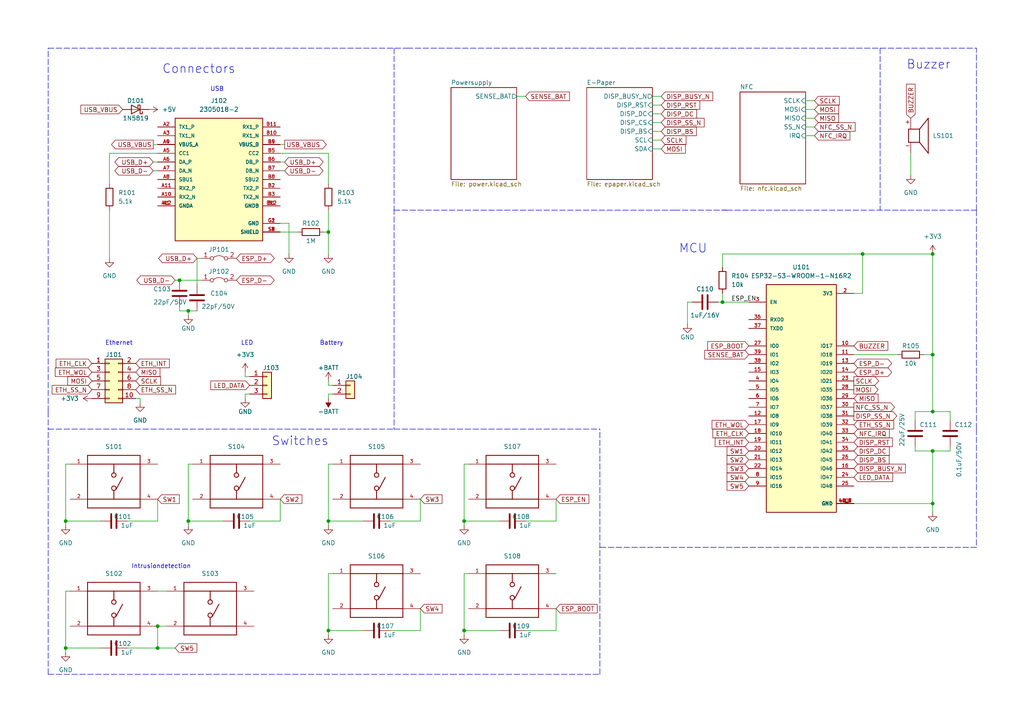
<source format=kicad_sch>
(kicad_sch (version 20211123) (generator eeschema)
  (paper "A4")
  (title_block (title "FabReader2") (date "2022-05-22") (rev "0.1") (company "RLKM UG (haftungsbeschränkt)") (comment 1 "Autoren: Joseph Langosch, Kai Kriegel"))
  (lib_symbols
    (symbol "2305018-2:2305018-2" (pin_names (offset 1.016))
      (property "Reference" "J" (at -12.7 18.0594 0))
      (property "Value" "2305018-2" (at -12.7 -20.3454 0))
      (symbol "2305018-2_0_0"
        (rectangle (start -12.7 -17.78) (end 12.7 17.78) (stroke (width 0.254)) (fill (type background)))
        (pin passive line (at -17.78 -7.62 0) (length 5.08) (name "GNDA") (number "A1"))
        (pin passive line (at -17.78 -5.08 0) (length 5.08) (name "RX2_N") (number "A10"))
        (pin passive line (at -17.78 -2.54 0) (length 5.08) (name "RX2_P") (number "A11"))
        (pin passive line (at -17.78 -7.62 0) (length 5.08) (name "GNDA") (number "A12"))
        (pin passive line (at -17.78 15.24 0) (length 5.08) (name "TX1_P") (number "A2"))
        (pin passive line (at -17.78 12.7 0) (length 5.08) (name "TX1_N") (number "A3"))
        (pin passive line (at -17.78 10.16 0) (length 5.08) (name "VBUS_A") (number "A4"))
        (pin passive line (at -17.78 7.62 0) (length 5.08) (name "CC1") (number "A5"))
        (pin passive line (at -17.78 5.08 0) (length 5.08) (name "DA_P") (number "A6"))
        (pin passive line (at -17.78 2.54 0) (length 5.08) (name "DA_N") (number "A7"))
        (pin passive line (at -17.78 0 0) (length 5.08) (name "SBU1") (number "A8"))
        (pin passive line (at -17.78 10.16 0) (length 5.08) (name "VBUS_A") (number "A9"))
        (pin passive line (at 17.78 -7.62 180) (length 5.08) (name "GNDB") (number "B1"))
        (pin passive line (at 17.78 12.7 180) (length 5.08) (name "RX1_N") (number "B10"))
        (pin passive line (at 17.78 15.24 180) (length 5.08) (name "RX1_P") (number "B11"))
        (pin passive line (at 17.78 -7.62 180) (length 5.08) (name "GNDB") (number "B12"))
        (pin passive line (at 17.78 -2.54 180) (length 5.08) (name "TX2_P") (number "B2"))
        (pin passive line (at 17.78 -5.08 180) (length 5.08) (name "TX2_N") (number "B3"))
        (pin passive line (at 17.78 10.16 180) (length 5.08) (name "VBUS_B") (number "B4"))
        (pin passive line (at 17.78 7.62 180) (length 5.08) (name "CC2") (number "B5"))
        (pin passive line (at 17.78 5.08 180) (length 5.08) (name "DB_P") (number "B6"))
        (pin passive line (at 17.78 2.54 180) (length 5.08) (name "DB_N") (number "B7"))
        (pin passive line (at 17.78 0 180) (length 5.08) (name "SBU2") (number "B8"))
        (pin passive line (at 17.78 10.16 180) (length 5.08) (name "VBUS_B") (number "B9"))
        (pin power_in line (at 17.78 -12.7 180) (length 5.08) (name "GND") (number "G1"))
        (pin power_in line (at 17.78 -12.7 180) (length 5.08) (name "GND") (number "G2"))
        (pin power_in line (at 17.78 -15.24 180) (length 5.08) (name "SHIELD") (number "S1"))
        (pin power_in line (at 17.78 -15.24 180) (length 5.08) (name "SHIELD") (number "S2"))
        (pin power_in line (at 17.78 -15.24 180) (length 5.08) (name "SHIELD") (number "S3"))
        (pin power_in line (at 17.78 -15.24 180) (length 5.08) (name "SHIELD") (number "S4"))
      )
    )
    (symbol "CMI-9705-0380-SMT-TR:CMI-9705-0380-SMT-TR" (pin_numbers hide) (pin_names (offset 1.016) hide)
      (property "Reference" "LS" (at -1.27 6.35 0))
      (property "Value" "CMI-9705-0380-SMT-TR" (at -1.27 -8.255 0))
      (symbol "CMI-9705-0380-SMT-TR_0_0"
        (polyline (pts (xy -3.175 -1.905) (xy -2.54 -1.905)) (stroke (width 0.254)))
        (polyline (pts (xy -3.175 1.905) (xy -3.175 -1.905)) (stroke (width 0.254)))
        (polyline (pts (xy -3.175 1.905) (xy -2.54 1.905)) (stroke (width 0.254)))
        (polyline (pts (xy -2.54 -2.54) (xy -2.54 -1.905)) (stroke (width 0.1524)))
        (polyline (pts (xy -2.54 -1.905) (xy 0 -1.905)) (stroke (width 0.254)))
        (polyline (pts (xy -2.54 1.905) (xy 0 1.905)) (stroke (width 0.254)))
        (polyline (pts (xy -2.54 2.54) (xy -2.54 1.905)) (stroke (width 0.1524)))
        (polyline (pts (xy 0 -1.905) (xy 0 1.905)) (stroke (width 0.254)))
        (polyline (pts (xy 0 -1.905) (xy 2.54 -5.08)) (stroke (width 0.254)))
        (polyline (pts (xy 0 1.905) (xy 2.54 5.08)) (stroke (width 0.254)))
        (polyline (pts (xy 2.54 -5.08) (xy 2.54 5.08)) (stroke (width 0.254)))
        (text "+" (at -4.318 3.302 0) (effects (font (size 1.27 1.27)) (justify left bottom)))
        (text "-" (at -4.318 -3.556 0) (effects (font (size 1.27 1.27)) (justify left bottom)))
        (pin passive line (at -2.54 -5.08 90) (length 2.54) (name "~") (number "N"))
        (pin passive line (at -2.54 5.08 270) (length 2.54) (name "~") (number "P"))
      )
    )
    (symbol "Connector_Generic:Conn_01x02" (pin_names (offset 1.016) hide)
      (property "Reference" "J" (at 0 2.54 0))
      (property "Value" "Conn_01x02" (at 0 -5.08 0))
      (symbol "Conn_01x02_1_1"
        (rectangle (start -1.27 -2.413) (end 0 -2.667) (stroke (width 0.1524)))
        (rectangle (start -1.27 0.127) (end 0 -0.127) (stroke (width 0.1524)))
        (rectangle (start -1.27 1.27) (end 1.27 -3.81) (stroke (width 0.254)) (fill (type background)))
        (pin passive line (at -5.08 0 0) (length 3.81) (name "Pin_1") (number "1"))
        (pin passive line (at -5.08 -2.54 0) (length 3.81) (name "Pin_2") (number "2"))
      )
    )
    (symbol "Connector_Generic:Conn_01x03" (pin_names (offset 1.016) hide)
      (property "Reference" "J" (at 0 5.08 0))
      (property "Value" "Conn_01x03" (at 0 -5.08 0))
      (symbol "Conn_01x03_1_1"
        (rectangle (start -1.27 -2.413) (end 0 -2.667) (stroke (width 0.1524)))
        (rectangle (start -1.27 0.127) (end 0 -0.127) (stroke (width 0.1524)))
        (rectangle (start -1.27 2.667) (end 0 2.413) (stroke (width 0.1524)))
        (rectangle (start -1.27 3.81) (end 1.27 -3.81) (stroke (width 0.254)) (fill (type background)))
        (pin passive line (at -5.08 2.54 0) (length 3.81) (name "Pin_1") (number "1"))
        (pin passive line (at -5.08 0 0) (length 3.81) (name "Pin_2") (number "2"))
        (pin passive line (at -5.08 -2.54 0) (length 3.81) (name "Pin_3") (number "3"))
      )
    )
    (symbol "Connector_Generic:Conn_02x05_Odd_Even" (pin_names (offset 1.016) hide)
      (property "Reference" "J" (at 1.27 7.62 0))
      (property "Value" "Conn_02x05_Odd_Even" (at 1.27 -7.62 0))
      (symbol "Conn_02x05_Odd_Even_1_1"
        (rectangle (start -1.27 -4.953) (end 0 -5.207) (stroke (width 0.1524)))
        (rectangle (start -1.27 -2.413) (end 0 -2.667) (stroke (width 0.1524)))
        (rectangle (start -1.27 0.127) (end 0 -0.127) (stroke (width 0.1524)))
        (rectangle (start -1.27 2.667) (end 0 2.413) (stroke (width 0.1524)))
        (rectangle (start -1.27 5.207) (end 0 4.953) (stroke (width 0.1524)))
        (rectangle (start -1.27 6.35) (end 3.81 -6.35) (stroke (width 0.254)) (fill (type background)))
        (rectangle (start 3.81 -4.953) (end 2.54 -5.207) (stroke (width 0.1524)))
        (rectangle (start 3.81 -2.413) (end 2.54 -2.667) (stroke (width 0.1524)))
        (rectangle (start 3.81 0.127) (end 2.54 -0.127) (stroke (width 0.1524)))
        (rectangle (start 3.81 2.667) (end 2.54 2.413) (stroke (width 0.1524)))
        (rectangle (start 3.81 5.207) (end 2.54 4.953) (stroke (width 0.1524)))
        (pin passive line (at -5.08 5.08 0) (length 3.81) (name "Pin_1") (number "1"))
        (pin passive line (at 7.62 -5.08 180) (length 3.81) (name "Pin_10") (number "10"))
        (pin passive line (at 7.62 5.08 180) (length 3.81) (name "Pin_2") (number "2"))
        (pin passive line (at -5.08 2.54 0) (length 3.81) (name "Pin_3") (number "3"))
        (pin passive line (at 7.62 2.54 180) (length 3.81) (name "Pin_4") (number "4"))
        (pin passive line (at -5.08 0 0) (length 3.81) (name "Pin_5") (number "5"))
        (pin passive line (at 7.62 0 180) (length 3.81) (name "Pin_6") (number "6"))
        (pin passive line (at -5.08 -2.54 0) (length 3.81) (name "Pin_7") (number "7"))
        (pin passive line (at 7.62 -2.54 180) (length 3.81) (name "Pin_8") (number "8"))
        (pin passive line (at -5.08 -5.08 0) (length 3.81) (name "Pin_9") (number "9"))
      )
    )
    (symbol "Device:C" (pin_numbers hide) (pin_names (offset 0.254))
      (property "Reference" "C" (at 0.635 2.54 0))
      (property "Value" "C" (at 0.635 -2.54 0))
      (symbol "C_0_1"
        (polyline (pts (xy -2.032 -0.762) (xy 2.032 -0.762)) (stroke (width 0.508)))
        (polyline (pts (xy -2.032 0.762) (xy 2.032 0.762)) (stroke (width 0.508)))
      )
      (symbol "C_1_1"
        (pin passive line (at 0 3.81 270) (length 2.794) (name "~") (number "1"))
        (pin passive line (at 0 -3.81 90) (length 2.794) (name "~") (number "2"))
      )
    )
    (symbol "Device:R" (pin_numbers hide) (pin_names (offset 0))
      (property "Reference" "R" (at 2.032 0 90))
      (property "Value" "R" (at 0 0 90))
      (symbol "R_0_1"
        (rectangle (start -1.016 -2.54) (end 1.016 2.54) (stroke (width 0.254)))
      )
      (symbol "R_1_1"
        (pin passive line (at 0 3.81 270) (length 1.27) (name "~") (number "1"))
        (pin passive line (at 0 -3.81 90) (length 1.27) (name "~") (number "2"))
      )
    )
    (symbol "Diode:1N5819" (pin_numbers hide) (pin_names (offset 1.016) hide)
      (property "Reference" "D" (at 0 2.54 0))
      (property "Value" "1N5819" (at 0 -2.54 0))
      (symbol "1N5819_0_1"
        (polyline (pts (xy 1.27 0) (xy -1.27 0)))
        (polyline (pts (xy 1.27 1.27) (xy 1.27 -1.27) (xy -1.27 0) (xy 1.27 1.27)) (stroke (width 0.254)))
        (polyline (pts (xy -1.905 0.635) (xy -1.905 1.27) (xy -1.27 1.27) (xy -1.27 -1.27) (xy -0.635 -1.27) (xy -0.635 -0.635)) (stroke (width 0.254)))
      )
      (symbol "1N5819_1_1"
        (pin passive line (at -3.81 0 0) (length 2.54) (name "K") (number "1"))
        (pin passive line (at 3.81 0 180) (length 2.54) (name "A") (number "2"))
      )
    )
    (symbol "ESP32-S3-WROOM-1-N16R2:ESP32-S3-WROOM-1-N16R2" (pin_names (offset 1.016))
      (property "Reference" "U" (at -10.16 34.1122 0))
      (property "Value" "ESP32-S3-WROOM-1-N16R2" (at -10.16 -35.56 0))
      (symbol "ESP32-S3-WROOM-1-N16R2_0_0"
        (rectangle (start -10.16 -33.02) (end 10.16 33.02) (stroke (width 0.254)) (fill (type background)))
        (pin power_in line (at 15.24 -30.48 180) (length 5.08) (name "GND") (number "1"))
        (pin bidirectional line (at 15.24 15.24 180) (length 5.08) (name "IO17") (number "10"))
        (pin bidirectional line (at 15.24 12.7 180) (length 5.08) (name "IO18") (number "11"))
        (pin bidirectional line (at -15.24 -5.08 0) (length 5.08) (name "IO8") (number "12"))
        (pin bidirectional line (at 15.24 10.16 180) (length 5.08) (name "IO19") (number "13"))
        (pin bidirectional line (at 15.24 7.62 180) (length 5.08) (name "IO20") (number "14"))
        (pin bidirectional line (at -15.24 7.62 0) (length 5.08) (name "IO3") (number "15"))
        (pin bidirectional line (at 15.24 -20.32 180) (length 5.08) (name "IO46") (number "16"))
        (pin bidirectional line (at -15.24 -7.62 0) (length 5.08) (name "IO9") (number "17"))
        (pin bidirectional line (at -15.24 -10.16 0) (length 5.08) (name "IO10") (number "18"))
        (pin bidirectional line (at -15.24 -12.7 0) (length 5.08) (name "IO11") (number "19"))
        (pin power_in line (at 15.24 30.48 180) (length 5.08) (name "3V3") (number "2"))
        (pin bidirectional line (at -15.24 -15.24 0) (length 5.08) (name "IO12") (number "20"))
        (pin bidirectional line (at -15.24 -17.78 0) (length 5.08) (name "IO13") (number "21"))
        (pin bidirectional line (at -15.24 -20.32 0) (length 5.08) (name "IO14") (number "22"))
        (pin bidirectional line (at 15.24 5.08 180) (length 5.08) (name "IO21") (number "23"))
        (pin bidirectional line (at 15.24 -22.86 180) (length 5.08) (name "IO47") (number "24"))
        (pin bidirectional line (at 15.24 -25.4 180) (length 5.08) (name "IO48") (number "25"))
        (pin bidirectional line (at 15.24 -17.78 180) (length 5.08) (name "IO45") (number "26"))
        (pin bidirectional line (at -15.24 15.24 0) (length 5.08) (name "IO0") (number "27"))
        (pin bidirectional line (at 15.24 2.54 180) (length 5.08) (name "IO35") (number "28"))
        (pin bidirectional line (at 15.24 0 180) (length 5.08) (name "IO36") (number "29"))
        (pin input line (at -15.24 27.94 0) (length 5.08) (name "EN") (number "3"))
        (pin bidirectional line (at 15.24 -2.54 180) (length 5.08) (name "IO37") (number "30"))
        (pin bidirectional line (at 15.24 -5.08 180) (length 5.08) (name "IO38") (number "31"))
        (pin bidirectional line (at 15.24 -7.62 180) (length 5.08) (name "IO39") (number "32"))
        (pin bidirectional line (at 15.24 -10.16 180) (length 5.08) (name "IO40") (number "33"))
        (pin bidirectional line (at 15.24 -12.7 180) (length 5.08) (name "IO41") (number "34"))
        (pin bidirectional line (at 15.24 -15.24 180) (length 5.08) (name "IO42") (number "35"))
        (pin bidirectional line (at -15.24 22.86 0) (length 5.08) (name "RXD0") (number "36"))
        (pin bidirectional line (at -15.24 20.32 0) (length 5.08) (name "TXD0") (number "37"))
        (pin bidirectional line (at -15.24 10.16 0) (length 5.08) (name "IO2") (number "38"))
        (pin bidirectional line (at -15.24 12.7 0) (length 5.08) (name "IO1") (number "39"))
        (pin bidirectional line (at -15.24 5.08 0) (length 5.08) (name "IO4") (number "4"))
        (pin power_in line (at 15.24 -30.48 180) (length 5.08) (name "GND") (number "40"))
        (pin power_in line (at 15.24 -30.48 180) (length 5.08) (name "GND") (number "41_1"))
        (pin power_in line (at 15.24 -30.48 180) (length 5.08) (name "GND") (number "41_2"))
        (pin power_in line (at 15.24 -30.48 180) (length 5.08) (name "GND") (number "41_3"))
        (pin power_in line (at 15.24 -30.48 180) (length 5.08) (name "GND") (number "41_4"))
        (pin power_in line (at 15.24 -30.48 180) (length 5.08) (name "GND") (number "41_5"))
        (pin power_in line (at 15.24 -30.48 180) (length 5.08) (name "GND") (number "41_6"))
        (pin power_in line (at 15.24 -30.48 180) (length 5.08) (name "GND") (number "41_7"))
        (pin power_in line (at 15.24 -30.48 180) (length 5.08) (name "GND") (number "41_8"))
        (pin power_in line (at 15.24 -30.48 180) (length 5.08) (name "GND") (number "41_9"))
        (pin bidirectional line (at -15.24 2.54 0) (length 5.08) (name "IO5") (number "5"))
        (pin bidirectional line (at -15.24 0 0) (length 5.08) (name "IO6") (number "6"))
        (pin bidirectional line (at -15.24 -2.54 0) (length 5.08) (name "IO7") (number "7"))
        (pin bidirectional line (at -15.24 -22.86 0) (length 5.08) (name "IO15") (number "8"))
        (pin bidirectional line (at -15.24 -25.4 0) (length 5.08) (name "IO16") (number "9"))
      )
    )
    (symbol "Jumper:Jumper_2_Bridged" (pin_names (offset 0) hide)
      (property "Reference" "JP" (at 0 1.905 0))
      (property "Value" "Jumper_2_Bridged" (at 0 -2.54 0))
      (symbol "Jumper_2_Bridged_0_0"
        (circle (center -2.032 0) (radius 0.508))
        (circle (center 2.032 0) (radius 0.508))
      )
      (symbol "Jumper_2_Bridged_0_1"
        (arc (start 1.524 0.254) (mid 0 0.762) (end -1.524 0.254))
      )
      (symbol "Jumper_2_Bridged_1_1"
        (pin passive line (at -5.08 0 0) (length 2.54) (name "A") (number "1"))
        (pin passive line (at 5.08 0 180) (length 2.54) (name "B") (number "2"))
      )
    )
    (symbol "TS04-66-95-BK-260-SMT:TS04-66-95-BK-260-SMT" (pin_names (offset 1.016) hide)
      (property "Reference" "S" (at -7.62 8.382 0))
      (property "Value" "TS04-66-95-BK-260-SMT" (at -7.62 -8.382 0))
      (symbol "TS04-66-95-BK-260-SMT_0_0"
        (circle (center 0 -1.905) (radius 0.635) (stroke (width 0.254)))
        (polyline (pts (xy -7.62 -7.62) (xy 7.62 -7.62)) (stroke (width 0.254)))
        (polyline (pts (xy -7.62 -5.08) (xy -7.62 -7.62)) (stroke (width 0.254)))
        (polyline (pts (xy -7.62 5.08) (xy -7.62 -5.08)) (stroke (width 0.254)))
        (polyline (pts (xy -7.62 7.62) (xy -7.62 5.08)) (stroke (width 0.254)))
        (polyline (pts (xy 0 -5.08) (xy -7.62 -5.08)) (stroke (width 0.254)))
        (polyline (pts (xy 0 -5.08) (xy 7.62 -5.08)) (stroke (width 0.254)))
        (polyline (pts (xy 0 -2.54) (xy 0 -5.08)) (stroke (width 0.254)))
        (polyline (pts (xy 0 5.08) (xy -7.62 5.08)) (stroke (width 0.254)))
        (polyline (pts (xy 0 5.08) (xy 0 2.54)) (stroke (width 0.254)))
        (polyline (pts (xy 0 5.08) (xy 7.62 5.08)) (stroke (width 0.254)))
        (polyline (pts (xy 0.635 -2.2352) (xy 2.54 1.27)) (stroke (width 0.254)))
        (polyline (pts (xy 7.62 -7.62) (xy 7.62 -5.08)) (stroke (width 0.254)))
        (polyline (pts (xy 7.62 -5.08) (xy 7.62 5.08)) (stroke (width 0.254)))
        (polyline (pts (xy 7.62 5.08) (xy 7.62 7.62)) (stroke (width 0.254)))
        (polyline (pts (xy 7.62 7.62) (xy -7.62 7.62)) (stroke (width 0.254)))
        (circle (center 0 1.905) (radius 0.635) (stroke (width 0.254)))
        (pin passive line (at -12.7 5.08 0) (length 5.08) (name "~") (number "1"))
        (pin passive line (at -12.7 -5.08 0) (length 5.08) (name "~") (number "2"))
        (pin passive line (at 12.7 5.08 180) (length 5.08) (name "~") (number "3"))
        (pin passive line (at 12.7 -5.08 180) (length 5.08) (name "~") (number "4"))
      )
    )
    (symbol "power:+3V3" (power) (pin_names (offset 0))
      (property "Value" "+3V3" (at 0 3.556 0))
      (symbol "+3V3_0_1"
        (polyline (pts (xy -0.762 1.27) (xy 0 2.54)))
        (polyline (pts (xy 0 0) (xy 0 2.54)))
        (polyline (pts (xy 0 2.54) (xy 0.762 1.27)))
      )
      (symbol "+3V3_1_1"
        (pin power_in line (at 0 0 90) (length 0) hide (name "+3V3") (number "1"))
      )
    )
    (symbol "power:+5V" (power) (pin_names (offset 0))
      (property "Value" "+5V" (at 0 3.556 0))
      (symbol "+5V_0_1"
        (polyline (pts (xy -0.762 1.27) (xy 0 2.54)))
        (polyline (pts (xy 0 0) (xy 0 2.54)))
        (polyline (pts (xy 0 2.54) (xy 0.762 1.27)))
      )
      (symbol "+5V_1_1"
        (pin power_in line (at 0 0 90) (length 0) hide (name "+5V") (number "1"))
      )
    )
    (symbol "power:+BATT" (power) (pin_names (offset 0))
      (property "Value" "+BATT" (at 0 3.556 0))
      (symbol "+BATT_0_1"
        (polyline (pts (xy -0.762 1.27) (xy 0 2.54)))
        (polyline (pts (xy 0 0) (xy 0 2.54)))
        (polyline (pts (xy 0 2.54) (xy 0.762 1.27)))
      )
      (symbol "+BATT_1_1"
        (pin power_in line (at 0 0 90) (length 0) hide (name "+BATT") (number "1"))
      )
    )
    (symbol "power:-BATT" (power) (pin_names (offset 0))
      (property "Value" "-BATT" (at 0 3.556 0))
      (symbol "-BATT_0_1"
        (polyline (pts (xy 0 0) (xy 0 2.54)))
        (polyline (pts (xy 0.762 1.27) (xy -0.762 1.27) (xy 0 2.54) (xy 0.762 1.27)) (fill (type outline)))
      )
      (symbol "-BATT_1_1"
        (pin power_in line (at 0 0 90) (length 0) hide (name "-BATT") (number "1"))
      )
    )
    (symbol "power:GND" (power) (pin_names (offset 0))
      (property "Value" "GND" (at 0 -3.81 0))
      (symbol "GND_0_1"
        (polyline (pts (xy 0 0) (xy 0 -1.27) (xy 1.27 -1.27) (xy 0 -2.54) (xy -1.27 -1.27) (xy 0 -1.27)))
      )
      (symbol "GND_1_1"
        (pin power_in line (at 0 0 270) (length 0) hide (name "GND") (number "1"))
      )
    )
  )
  (junction (at 134.62 182.88))
  (junction (at 45.72 187.96))
  (junction (at 45.72 181.61))
  (junction (at 19.05 187.96))
  (junction (at 19.05 151.13))
  (junction (at 134.62 151.13))
  (junction (at 250.19 73.66))
  (junction (at 209.55 87.63))
  (junction (at 270.51 119.38))
  (junction (at 95.25 151.13))
  (junction (at 95.25 67.31))
  (junction (at 54.61 90.17))
  (junction (at 270.51 73.66))
  (junction (at 54.61 151.13))
  (junction (at 95.25 182.88))
  (junction (at 270.51 146.05))
  (junction (at 52.07 81.28))
  (junction (at 270.51 130.81))
  (junction (at 270.51 102.87))
  (wire (pts (xy 44.45 49.53) (xy 45.72 49.53)))
  (wire (pts (xy 113.03 151.13) (xy 121.92 151.13)))
  (wire (pts (xy 189.23 43.18) (xy 191.77 43.18)))
  (wire (pts (xy 96.52 111.76) (xy 95.25 111.76)))
  (wire (pts (xy 40.64 115.57) (xy 40.64 116.84)))
  (wire (pts (xy 19.05 187.96) (xy 19.05 171.45)))
  (wire (pts (xy 209.55 73.66) (xy 250.19 73.66)))
  (wire (pts (xy 264.16 44.45) (xy 264.16 50.8)))
  (wire (pts (xy 95.25 134.62) (xy 96.52 134.62)))
  (polyline (pts (xy 114.3 107.95) (xy 114.3 124.46)))
  (wire (pts (xy 45.72 187.96) (xy 50.8 187.96)))
  (polyline (pts (xy 13.97 119.38) (xy 13.97 13.97)))
  (wire (pts (xy 113.03 182.88) (xy 121.92 182.88)))
  (wire (pts (xy 95.25 53.34) (xy 95.25 44.45)))
  (wire (pts (xy 270.51 130.81) (xy 270.51 146.05)))
  (polyline (pts (xy 195.58 60.96) (xy 210.82 60.96)))
  (wire (pts (xy 72.39 109.22) (xy 71.12 109.22)))
  (wire (pts (xy 149.86 27.94) (xy 152.4 27.94)))
  (wire (pts (xy 189.23 40.64) (xy 191.77 40.64)))
  (wire (pts (xy 189.23 35.56) (xy 191.77 35.56)))
  (wire (pts (xy 57.15 74.93) (xy 57.15 82.55)))
  (wire (pts (xy 50.8 81.28) (xy 52.07 81.28)))
  (wire (pts (xy 95.25 184.15) (xy 95.25 182.88)))
  (polyline (pts (xy 255.27 13.97) (xy 255.27 60.96)))
  (polyline (pts (xy 173.99 195.58) (xy 173.99 124.46)))
  (wire (pts (xy 45.72 44.45) (xy 31.75 44.45)))
  (wire (pts (xy 31.75 44.45) (xy 31.75 53.34)))
  (polyline (pts (xy 13.97 195.58) (xy 13.97 124.46)))
  (polyline (pts (xy 114.3 107.95) (xy 114.3 60.96)))
  (wire (pts (xy 95.25 182.88) (xy 105.41 182.88)))
  (wire (pts (xy 265.43 130.81) (xy 270.51 130.81)))
  (wire (pts (xy 209.55 77.47) (xy 209.55 73.66)))
  (wire (pts (xy 209.55 85.09) (xy 209.55 87.63)))
  (wire (pts (xy 270.51 130.81) (xy 275.59 130.81)))
  (wire (pts (xy 95.25 151.13) (xy 95.25 134.62)))
  (wire (pts (xy 83.82 64.77) (xy 81.28 64.77)))
  (polyline (pts (xy 209.55 60.96) (xy 210.82 60.96)))
  (wire (pts (xy 134.62 134.62) (xy 135.89 134.62)))
  (wire (pts (xy 189.23 38.1) (xy 191.77 38.1)))
  (wire (pts (xy 95.25 182.88) (xy 95.25 166.37)))
  (wire (pts (xy 270.51 146.05) (xy 270.51 148.59)))
  (polyline (pts (xy 283.21 60.96) (xy 283.21 124.46)))
  (wire (pts (xy 81.28 151.13) (xy 81.28 144.78)))
  (wire (pts (xy 83.82 73.66) (xy 83.82 64.77)))
  (wire (pts (xy 275.59 130.81) (xy 275.59 129.54)))
  (wire (pts (xy 54.61 151.13) (xy 54.61 152.4)))
  (wire (pts (xy 31.75 60.96) (xy 31.75 74.93)))
  (wire (pts (xy 161.29 151.13) (xy 161.29 144.78)))
  (wire (pts (xy 19.05 171.45) (xy 20.32 171.45)))
  (wire (pts (xy 19.05 151.13) (xy 29.21 151.13)))
  (wire (pts (xy 36.83 151.13) (xy 45.72 151.13)))
  (wire (pts (xy 19.05 151.13) (xy 19.05 134.62)))
  (wire (pts (xy 152.4 182.88) (xy 161.29 182.88)))
  (wire (pts (xy 45.72 181.61) (xy 48.26 181.61)))
  (wire (pts (xy 209.55 87.63) (xy 217.17 87.63)))
  (wire (pts (xy 270.51 119.38) (xy 275.59 119.38)))
  (wire (pts (xy 134.62 182.88) (xy 144.78 182.88)))
  (polyline (pts (xy 283.21 158.75) (xy 173.99 158.75)))
  (wire (pts (xy 81.28 44.45) (xy 95.25 44.45)))
  (polyline (pts (xy 13.97 13.97) (xy 118.11 13.97)))
  (polyline (pts (xy 130.81 195.58) (xy 173.99 195.58)))
  (wire (pts (xy 95.25 114.3) (xy 95.25 115.57)))
  (wire (pts (xy 52.07 90.17) (xy 54.61 90.17)))
  (wire (pts (xy 54.61 90.17) (xy 57.15 90.17)))
  (wire (pts (xy 161.29 182.88) (xy 161.29 176.53)))
  (wire (pts (xy 199.39 87.63) (xy 200.66 87.63)))
  (wire (pts (xy 95.25 151.13) (xy 105.41 151.13)))
  (wire (pts (xy 265.43 119.38) (xy 270.51 119.38)))
  (wire (pts (xy 95.25 152.4) (xy 95.25 151.13)))
  (wire (pts (xy 95.25 60.96) (xy 95.25 67.31)))
  (wire (pts (xy 152.4 151.13) (xy 161.29 151.13)))
  (wire (pts (xy 189.23 27.94) (xy 191.77 27.94)))
  (wire (pts (xy 134.62 184.15) (xy 134.62 182.88)))
  (wire (pts (xy 134.62 151.13) (xy 144.78 151.13)))
  (wire (pts (xy 95.25 166.37) (xy 96.52 166.37)))
  (wire (pts (xy 19.05 152.4) (xy 19.05 151.13)))
  (wire (pts (xy 233.68 36.83) (xy 236.22 36.83)))
  (wire (pts (xy 265.43 121.92) (xy 265.43 119.38)))
  (wire (pts (xy 81.28 46.99) (xy 82.55 46.99)))
  (wire (pts (xy 199.39 93.98) (xy 199.39 87.63)))
  (polyline (pts (xy 118.11 13.97) (xy 283.21 13.97)))
  (polyline (pts (xy 283.21 60.96) (xy 283.21 13.97)))
  (wire (pts (xy 44.45 46.99) (xy 45.72 46.99)))
  (wire (pts (xy 44.45 41.91) (xy 45.72 41.91)))
  (polyline (pts (xy 13.97 119.38) (xy 13.97 124.46)))
  (wire (pts (xy 247.65 146.05) (xy 270.51 146.05)))
  (wire (pts (xy 121.92 182.88) (xy 121.92 176.53)))
  (wire (pts (xy 270.51 73.66) (xy 270.51 102.87)))
  (wire (pts (xy 54.61 151.13) (xy 64.77 151.13)))
  (wire (pts (xy 250.19 73.66) (xy 270.51 73.66)))
  (wire (pts (xy 81.28 49.53) (xy 82.55 49.53)))
  (wire (pts (xy 250.19 85.09) (xy 247.65 85.09)))
  (polyline (pts (xy 283.21 124.46) (xy 283.21 158.75)))
  (wire (pts (xy 134.62 182.88) (xy 134.62 166.37)))
  (wire (pts (xy 71.12 115.57) (xy 71.12 114.3)))
  (polyline (pts (xy 114.3 124.46) (xy 173.99 124.46)))
  (wire (pts (xy 71.12 114.3) (xy 72.39 114.3)))
  (wire (pts (xy 52.07 81.28) (xy 58.42 81.28)))
  (polyline (pts (xy 13.97 124.46) (xy 114.3 124.46)))
  (wire (pts (xy 19.05 189.23) (xy 19.05 187.96)))
  (wire (pts (xy 57.15 74.93) (xy 58.42 74.93)))
  (wire (pts (xy 189.23 30.48) (xy 191.77 30.48)))
  (polyline (pts (xy 114.3 13.97) (xy 114.3 60.96)))
  (polyline (pts (xy 13.97 195.58) (xy 130.81 195.58)))
  (wire (pts (xy 233.68 31.75) (xy 236.22 31.75)))
  (wire (pts (xy 52.07 88.9) (xy 52.07 90.17)))
  (wire (pts (xy 19.05 134.62) (xy 20.32 134.62)))
  (wire (pts (xy 265.43 129.54) (xy 265.43 130.81)))
  (wire (pts (xy 81.28 67.31) (xy 86.36 67.31)))
  (wire (pts (xy 267.97 102.87) (xy 270.51 102.87)))
  (wire (pts (xy 134.62 151.13) (xy 134.62 134.62)))
  (wire (pts (xy 54.61 90.17) (xy 54.61 91.44)))
  (wire (pts (xy 45.72 181.61) (xy 45.72 187.96)))
  (wire (pts (xy 250.19 73.66) (xy 250.19 85.09)))
  (wire (pts (xy 233.68 29.21) (xy 236.22 29.21)))
  (wire (pts (xy 95.25 111.76) (xy 95.25 110.49)))
  (wire (pts (xy 270.51 102.87) (xy 270.51 119.38)))
  (wire (pts (xy 189.23 33.02) (xy 191.77 33.02)))
  (wire (pts (xy 19.05 187.96) (xy 29.21 187.96)))
  (polyline (pts (xy 210.82 60.96) (xy 283.21 60.96)))
  (wire (pts (xy 71.12 109.22) (xy 71.12 107.95)))
  (wire (pts (xy 134.62 151.13) (xy 134.62 152.4)))
  (polyline (pts (xy 114.3 60.96) (xy 195.58 60.96)))
  (wire (pts (xy 121.92 151.13) (xy 121.92 144.78)))
  (wire (pts (xy 275.59 121.92) (xy 275.59 119.38)))
  (wire (pts (xy 54.61 151.13) (xy 54.61 134.62)))
  (wire (pts (xy 134.62 166.37) (xy 135.89 166.37)))
  (wire (pts (xy 36.83 187.96) (xy 45.72 187.96)))
  (wire (pts (xy 45.72 151.13) (xy 45.72 144.78)))
  (wire (pts (xy 233.68 34.29) (xy 236.22 34.29)))
  (wire (pts (xy 54.61 134.62) (xy 55.88 134.62)))
  (wire (pts (xy 45.72 171.45) (xy 48.26 171.45)))
  (wire (pts (xy 233.68 39.37) (xy 236.22 39.37)))
  (wire (pts (xy 96.52 114.3) (xy 95.25 114.3)))
  (wire (pts (xy 72.39 151.13) (xy 81.28 151.13)))
  (wire (pts (xy 208.28 87.63) (xy 209.55 87.63)))
  (wire (pts (xy 95.25 67.31) (xy 95.25 73.66)))
  (wire (pts (xy 39.37 115.57) (xy 40.64 115.57)))
  (wire (pts (xy 260.35 102.87) (xy 247.65 102.87)))
  (wire (pts (xy 81.28 41.91) (xy 82.55 41.91)))
  (wire (pts (xy 93.98 67.31) (xy 95.25 67.31)))
  (text "Buzzer" (at 262.89 20.32 0) (effects (font (size 2.54 2.54)) (justify left bottom)))
  (text "LED" (at 69.85 100.33 0) (effects (font (size 1.27 1.27)) (justify left bottom)))
  (text "USB" (at 60.96 26.67 0) (effects (font (size 1.27 1.27)) (justify left bottom)))
  (text "Battery" (at 92.71 100.33 0) (effects (font (size 1.27 1.27)) (justify left bottom)))
  (text "Intrusiondetection" (at 38.1 165.1 0) (effects (font (size 1.27 1.27)) (justify left bottom)))
  (text "Connectors" (at 46.99 21.59 0) (effects (font (size 2.54 2.54)) (justify left bottom)))
  (text "MCU" (at 196.85 73.66 0) (effects (font (size 2.54 2.54)) (justify left bottom)))
  (text "Switches" (at 78.74 129.54 0) (effects (font (size 2.54 2.54)) (justify left bottom)))
  (text "Ethernet" (at 30.48 100.33 0) (effects (font (size 1.27 1.27)) (justify left bottom)))
  (label "ESP_EN" (at 212.09 87.63 0))
  (global_label "SCLK" (shape input) (at 236.22 29.21 0) (property "Intersheet References" "${INTERSHEET_REFS}" (effects hide)))
  (global_label "SENSE_BAT" (shape input) (at 152.4 27.94 0) (property "Intersheet References" "${INTERSHEET_REFS}" (effects hide)))
  (global_label "ESP_EN" (shape input) (at 161.29 144.78 0) (property "Intersheet References" "${INTERSHEET_REFS}" (effects hide)))
  (global_label "DISP_SS_N" (shape output) (at 247.65 120.65 0) (property "Intersheet References" "${INTERSHEET_REFS}" (effects hide)))
  (global_label "SCLK" (shape output) (at 247.65 110.49 0) (property "Intersheet References" "${INTERSHEET_REFS}" (effects hide)))
  (global_label "SW3" (shape input) (at 121.92 144.78 0) (property "Intersheet References" "${INTERSHEET_REFS}" (effects hide)))
  (global_label "ETH_WOL" (shape input) (at 217.17 123.19 180) (property "Intersheet References" "${INTERSHEET_REFS}" (effects hide)))
  (global_label "ESP_D+" (shape bidirectional) (at 68.58 74.93 0) (property "Intersheet References" "${INTERSHEET_REFS}" (effects hide)))
  (global_label "SW2" (shape input) (at 217.17 133.35 180) (property "Intersheet References" "${INTERSHEET_REFS}" (effects hide)))
  (global_label "USB_VBUS" (shape output) (at 44.45 41.91 180) (property "Intersheet References" "${INTERSHEET_REFS}" (effects hide)))
  (global_label "USB_D+" (shape bidirectional) (at 82.55 46.99 0) (property "Intersheet References" "${INTERSHEET_REFS}" (effects hide)))
  (global_label "DISP_RST" (shape input) (at 247.65 128.27 0) (property "Intersheet References" "${INTERSHEET_REFS}" (effects hide)))
  (global_label "MISO" (shape input) (at 39.37 107.95 0) (property "Intersheet References" "${INTERSHEET_REFS}" (effects hide)))
  (global_label "SW4" (shape input) (at 217.17 138.43 180) (property "Intersheet References" "${INTERSHEET_REFS}" (effects hide)))
  (global_label "SW5" (shape input) (at 50.8 187.96 0) (property "Intersheet References" "${INTERSHEET_REFS}" (effects hide)))
  (global_label "DISP_DC" (shape input) (at 191.77 33.02 0) (property "Intersheet References" "${INTERSHEET_REFS}" (effects hide)))
  (global_label "SW5" (shape input) (at 217.17 140.97 180) (property "Intersheet References" "${INTERSHEET_REFS}" (effects hide)))
  (global_label "MOSI" (shape output) (at 247.65 113.03 0) (property "Intersheet References" "${INTERSHEET_REFS}" (effects hide)))
  (global_label "SW4" (shape input) (at 121.92 176.53 0) (property "Intersheet References" "${INTERSHEET_REFS}" (effects hide)))
  (global_label "DISP_DC" (shape input) (at 247.65 130.81 0) (property "Intersheet References" "${INTERSHEET_REFS}" (effects hide)))
  (global_label "ETH_SS_N" (shape input) (at 26.67 113.03 180) (property "Intersheet References" "${INTERSHEET_REFS}" (effects hide)))
  (global_label "NFC_SS_N" (shape input) (at 236.22 36.83 0) (property "Intersheet References" "${INTERSHEET_REFS}" (effects hide)))
  (global_label "SW3" (shape input) (at 217.17 135.89 180) (property "Intersheet References" "${INTERSHEET_REFS}" (effects hide)))
  (global_label "LED_DATA" (shape input) (at 247.65 138.43 0) (property "Intersheet References" "${INTERSHEET_REFS}" (effects hide)))
  (global_label "DISP_BUSY_N" (shape input) (at 247.65 135.89 0) (property "Intersheet References" "${INTERSHEET_REFS}" (effects hide)))
  (global_label "NFC_SS_N" (shape output) (at 247.65 118.11 0) (property "Intersheet References" "${INTERSHEET_REFS}" (effects hide)))
  (global_label "ETH_INT" (shape input) (at 39.37 105.41 0) (property "Intersheet References" "${INTERSHEET_REFS}" (effects hide)))
  (global_label "MOSI" (shape input) (at 191.77 43.18 0) (property "Intersheet References" "${INTERSHEET_REFS}" (effects hide)))
  (global_label "ESP_D-" (shape bidirectional) (at 68.58 81.28 0) (property "Intersheet References" "${INTERSHEET_REFS}" (effects hide)))
  (global_label "BUZZER" (shape input) (at 247.65 100.33 0) (property "Intersheet References" "${INTERSHEET_REFS}" (effects hide)))
  (global_label "DISP_BS" (shape input) (at 191.77 38.1 0) (property "Intersheet References" "${INTERSHEET_REFS}" (effects hide)))
  (global_label "SCLK" (shape input) (at 39.37 110.49 0) (property "Intersheet References" "${INTERSHEET_REFS}" (effects hide)))
  (global_label "DISP_BS" (shape input) (at 247.65 133.35 0) (property "Intersheet References" "${INTERSHEET_REFS}" (effects hide)))
  (global_label "SENSE_BAT" (shape input) (at 217.17 102.87 180) (property "Intersheet References" "${INTERSHEET_REFS}" (effects hide)))
  (global_label "ETH_SS_N" (shape input) (at 247.65 123.19 0) (property "Intersheet References" "${INTERSHEET_REFS}" (effects hide)))
  (global_label "NFC_IRQ" (shape input) (at 236.22 39.37 0) (property "Intersheet References" "${INTERSHEET_REFS}" (effects hide)))
  (global_label "USB_D-" (shape bidirectional) (at 82.55 49.53 0) (property "Intersheet References" "${INTERSHEET_REFS}" (effects hide)))
  (global_label "LED_DATA" (shape input) (at 72.39 111.76 180) (property "Intersheet References" "${INTERSHEET_REFS}" (effects hide)))
  (global_label "ETH_WOL" (shape input) (at 26.67 107.95 180) (property "Intersheet References" "${INTERSHEET_REFS}" (effects hide)))
  (global_label "DISP_BUSY_N" (shape input) (at 191.77 27.94 0) (property "Intersheet References" "${INTERSHEET_REFS}" (effects hide)))
  (global_label "ETH_CLK" (shape input) (at 26.67 105.41 180) (property "Intersheet References" "${INTERSHEET_REFS}" (effects hide)))
  (global_label "ESP_BOOT" (shape input) (at 161.29 176.53 0) (property "Intersheet References" "${INTERSHEET_REFS}" (effects hide)))
  (global_label "MOSI" (shape input) (at 26.67 110.49 180) (property "Intersheet References" "${INTERSHEET_REFS}" (effects hide)))
  (global_label "DISP_SS_N" (shape input) (at 191.77 35.56 0) (property "Intersheet References" "${INTERSHEET_REFS}" (effects hide)))
  (global_label "MOSI" (shape input) (at 236.22 31.75 0) (property "Intersheet References" "${INTERSHEET_REFS}" (effects hide)))
  (global_label "ESP_D-" (shape bidirectional) (at 247.65 105.41 0) (property "Intersheet References" "${INTERSHEET_REFS}" (effects hide)))
  (global_label "USB_VBUS" (shape input) (at 35.56 31.75 180) (property "Intersheet References" "${INTERSHEET_REFS}" (effects hide)))
  (global_label "NFC_IRQ" (shape input) (at 247.65 125.73 0) (property "Intersheet References" "${INTERSHEET_REFS}" (effects hide)))
  (global_label "BUZZER" (shape input) (at 264.16 34.29 90) (property "Intersheet References" "${INTERSHEET_REFS}" (effects hide)))
  (global_label "DISP_RST" (shape input) (at 191.77 30.48 0) (property "Intersheet References" "${INTERSHEET_REFS}" (effects hide)))
  (global_label "MISO" (shape input) (at 247.65 115.57 0) (property "Intersheet References" "${INTERSHEET_REFS}" (effects hide)))
  (global_label "USB_D-" (shape bidirectional) (at 50.8 81.28 180) (property "Intersheet References" "${INTERSHEET_REFS}" (effects hide)))
  (global_label "ETH_CLK" (shape input) (at 217.17 125.73 180) (property "Intersheet References" "${INTERSHEET_REFS}" (effects hide)))
  (global_label "ETH_SS_N" (shape input) (at 39.37 113.03 0) (property "Intersheet References" "${INTERSHEET_REFS}" (effects hide)))
  (global_label "USB_D-" (shape bidirectional) (at 44.45 49.53 180) (property "Intersheet References" "${INTERSHEET_REFS}" (effects hide)))
  (global_label "USB_VBUS" (shape output) (at 82.55 41.91 0) (property "Intersheet References" "${INTERSHEET_REFS}" (effects hide)))
  (global_label "MISO" (shape input) (at 236.22 34.29 0) (property "Intersheet References" "${INTERSHEET_REFS}" (effects hide)))
  (global_label "SW1" (shape input) (at 217.17 130.81 180) (property "Intersheet References" "${INTERSHEET_REFS}" (effects hide)))
  (global_label "ESP_BOOT" (shape input) (at 217.17 100.33 180) (property "Intersheet References" "${INTERSHEET_REFS}" (effects hide)))
  (global_label "USB_D+" (shape bidirectional) (at 44.45 46.99 180) (property "Intersheet References" "${INTERSHEET_REFS}" (effects hide)))
  (global_label "USB_D+" (shape bidirectional) (at 57.15 74.93 180) (property "Intersheet References" "${INTERSHEET_REFS}" (effects hide)))
  (global_label "SW1" (shape input) (at 45.72 144.78 0) (property "Intersheet References" "${INTERSHEET_REFS}" (effects hide)))
  (global_label "ETH_INT" (shape input) (at 217.17 128.27 180) (property "Intersheet References" "${INTERSHEET_REFS}" (effects hide)))
  (global_label "SW2" (shape input) (at 81.28 144.78 0) (property "Intersheet References" "${INTERSHEET_REFS}" (effects hide)))
  (global_label "ESP_D+" (shape bidirectional) (at 247.65 107.95 0) (property "Intersheet References" "${INTERSHEET_REFS}" (effects hide)))
  (global_label "SCLK" (shape input) (at 191.77 40.64 0) (property "Intersheet References" "${INTERSHEET_REFS}" (effects hide)))
  (symbol (lib_id "power:GND") (at 83.82 73.66 0) (unit 1)
    (property "Reference" "#PWR0111" (effects hide))
    (property "Value" "GND" (at 83.82 78.74 0))
  )
  (symbol (lib_id "Device:R") (at 209.55 81.28 180) (unit 1)
    (property "Reference" "R104" (at 212.09 80.0099 0) (effects (justify right)))
    (property "Value" "10k" (at 212.09 82.5499 0) (effects (justify right)))
    (property "Footprint" "Resistor_SMD:R_0402_1005Metric" (effects hide))
  )
  (symbol (lib_id "power:+3V3") (at 270.51 73.66 0) (unit 1)
    (property "Reference" "#PWR0121" (effects hide))
    (property "Value" "+3V3" (at 270.51 68.58 0))
  )
  (symbol (lib_id "Device:R") (at 90.17 67.31 90) (unit 1)
    (property "Reference" "R102" (at 90.17 64.77 90))
    (property "Value" "1M" (at 90.17 69.85 90))
    (property "Footprint" "Resistor_SMD:R_0402_1005Metric" (effects hide))
  )
  (symbol (lib_id "Connector_Generic:Conn_02x05_Odd_Even") (at 31.75 110.49 0) (unit 1)
    (property "Reference" "J101" (at 33.02 102.87 0))
    (property "Value" "Conn_02x05_Odd_Even" (effects hide))
    (property "Footprint" "Connector_PinHeader_2.54mm:PinHeader_2x05_P2.54mm_Vertical" (effects hide))
  )
  (symbol (lib_id "Device:C") (at 265.43 125.73 0) (unit 1)
    (property "Reference" "C111" (at 266.7 123.19 0) (effects (justify left)))
    (property "Value" "22uF/25V" (at 261.62 129.54 90) (effects (justify left)))
    (property "Footprint" "Capacitor_SMD:C_0402_1005Metric" (effects hide))
  )
  (symbol (lib_id "power:GND") (at 54.61 91.44 0) (unit 1)
    (property "Reference" "#PWR0107" (effects hide))
    (property "Value" "GND" (at 54.61 95.25 0))
  )
  (symbol (lib_id "power:GND") (at 19.05 189.23 0) (unit 1)
    (property "Reference" "#PWR0102" (effects hide))
    (property "Value" "GND" (at 19.05 194.31 0))
  )
  (symbol (lib_id "Jumper:Jumper_2_Bridged") (at 63.5 81.28 0) (unit 1)
    (property "Reference" "JP102" (at 63.5 78.74 0))
    (property "Value" "Jumper_2_Bridged" (effects hide))
    (property "Footprint" "Connector_PinHeader_2.54mm:PinHeader_1x02_P2.54mm_Vertical" (effects hide))
  )
  (symbol (lib_id "power:GND") (at 54.61 152.4 0) (unit 1)
    (property "Reference" "#PWR0108" (effects hide))
    (property "Value" "GND" (at 54.61 157.48 0))
  )
  (symbol (lib_id "Device:R") (at 31.75 57.15 180) (unit 1)
    (property "Reference" "R101" (at 34.29 55.8799 0) (effects (justify right)))
    (property "Value" "5.1k" (at 34.29 58.4199 0) (effects (justify right)))
    (property "Footprint" "Resistor_SMD:R_0402_1005Metric" (effects hide))
  )
  (symbol (lib_id "Jumper:Jumper_2_Bridged") (at 63.5 74.93 0) (unit 1)
    (property "Reference" "JP101" (at 63.5 72.39 0))
    (property "Value" "Jumper_2_Bridged" (effects hide))
    (property "Footprint" "Connector_PinHeader_2.54mm:PinHeader_1x02_P2.54mm_Vertical" (effects hide))
  )
  (symbol (lib_id "Device:C") (at 33.02 151.13 90) (unit 1)
    (property "Reference" "C101" (at 35.56 149.86 90))
    (property "Value" "1uF" (at 36.83 152.4 90))
    (property "Footprint" "Capacitor_SMD:C_0402_1005Metric" (effects hide))
  )
  (symbol (lib_id "Device:C") (at 275.59 125.73 0) (unit 1)
    (property "Reference" "C112" (at 276.86 123.19 0) (effects (justify left)))
    (property "Value" "0.1uF/50V" (at 278.13 138.43 90) (effects (justify left)))
    (property "Footprint" "Capacitor_SMD:C_0402_1005Metric" (effects hide))
  )
  (symbol (lib_id "Device:C") (at 33.02 187.96 90) (unit 1)
    (property "Reference" "C102" (at 35.56 186.69 90))
    (property "Value" "1uF" (at 36.83 189.23 90))
    (property "Footprint" "Capacitor_SMD:C_0402_1005Metric" (effects hide))
  )
  (symbol (lib_id "power:GND") (at 134.62 152.4 0) (unit 1)
    (property "Reference" "#PWR0117" (effects hide))
    (property "Value" "GND" (at 134.62 157.48 0))
  )
  (symbol (lib_id "Connector_Generic:Conn_01x02") (at 101.6 111.76 0) (unit 1)
    (property "Reference" "J104" (at 100.33 109.22 0) (effects (justify left)))
    (property "Value" "Conn_01x02" (effects hide))
    (property "Footprint" "Connector_JST:JST_PH_S2B-PH-K_1x02_P2.00mm_Horizontal" (effects hide))
  )
  (symbol (lib_id "Device:C") (at 68.58 151.13 90) (unit 1)
    (property "Reference" "C105" (at 71.12 149.86 90))
    (property "Value" "1uF" (at 72.39 152.4 90))
    (property "Footprint" "Capacitor_SMD:C_0402_1005Metric" (effects hide))
  )
  (symbol (lib_id "power:GND") (at 95.25 184.15 0) (unit 1)
    (property "Reference" "#PWR0116" (effects hide))
    (property "Value" "GND" (at 95.25 189.23 0))
  )
  (symbol (lib_id "power:GND") (at 134.62 184.15 0) (unit 1)
    (property "Reference" "#PWR0118" (effects hide))
    (property "Value" "GND" (at 134.62 189.23 0))
  )
  (symbol (lib_id "power:GND") (at 31.75 74.93 0) (unit 1)
    (property "Reference" "#PWR0104" (effects hide))
    (property "Value" "GND" (at 31.75 80.01 0))
  )
  (symbol (lib_id "Device:R") (at 95.25 57.15 180) (unit 1)
    (property "Reference" "R103" (at 97.79 55.8799 0) (effects (justify right)))
    (property "Value" "5.1k" (at 97.79 58.4199 0) (effects (justify right)))
    (property "Footprint" "Resistor_SMD:R_0402_1005Metric" (effects hide))
  )
  (symbol (lib_id "2305018-2:2305018-2") (at 63.5 52.07 0) (unit 1)
    (property "Reference" "J102" (at 63.5 29.21 0))
    (property "Value" "2305018-2" (at 63.5 31.75 0))
    (property "Footprint" "2305018-2:TE_2305018-2" (effects hide))
    (property "Comment" "2305018-2" (effects hide))
  )
  (symbol (lib_id "TS04-66-95-BK-260-SMT:TS04-66-95-BK-260-SMT") (at 33.02 139.7 0) (unit 1)
    (property "Reference" "S101" (at 33.02 129.54 0))
    (property "Value" "TS04-66-95-BK-260-SMT" (effects hide))
    (property "Footprint" "TS04-66-95-BK-260-SMT:SW_TS04-66-95-BK-260-SMT" (effects hide))
    (property "PARTREV" "1.0" (effects hide))
    (property "STANDARD" "Manufacturer Recommendations" (effects hide))
    (property "MANUFACTURER" "CUI Devices" (effects hide))
  )
  (symbol (lib_id "Device:C") (at 148.59 182.88 90) (unit 1)
    (property "Reference" "C109" (at 151.13 181.61 90))
    (property "Value" "1uF" (at 152.4 184.15 90))
    (property "Footprint" "Capacitor_SMD:C_0402_1005Metric" (effects hide))
  )
  (symbol (lib_id "Diode:1N5819") (at 39.37 31.75 180) (unit 1)
    (property "Reference" "D101" (at 39.37 29.21 0))
    (property "Value" "1N5819" (at 39.37 34.29 0))
    (property "Footprint" "Diode_THT:D_DO-41_SOD81_P10.16mm_Horizontal" (effects hide))
    (property "Datasheet" "http://www.vishay.com/docs/88525/1n5817.pdf" (effects hide))
  )
  (symbol (lib_id "TS04-66-95-BK-260-SMT:TS04-66-95-BK-260-SMT") (at 68.58 139.7 0) (unit 1)
    (property "Reference" "S104" (at 68.58 129.54 0))
    (property "Value" "TS04-66-95-BK-260-SMT" (effects hide))
    (property "Footprint" "TS04-66-95-BK-260-SMT:SW_TS04-66-95-BK-260-SMT" (effects hide))
    (property "PARTREV" "1.0" (effects hide))
    (property "STANDARD" "Manufacturer Recommendations" (effects hide))
    (property "MANUFACTURER" "CUI Devices" (effects hide))
  )
  (symbol (lib_id "Device:C") (at 148.59 151.13 90) (unit 1)
    (property "Reference" "C108" (at 151.13 149.86 90))
    (property "Value" "1uF" (at 152.4 152.4 90))
    (property "Footprint" "Capacitor_SMD:C_0402_1005Metric" (effects hide))
  )
  (symbol (lib_id "power:-BATT") (at 95.25 115.57 180) (unit 1)
    (property "Reference" "#PWR0114" (effects hide))
    (property "Value" "-BATT" (at 95.25 119.38 0))
  )
  (symbol (lib_id "Device:C") (at 57.15 86.36 0) (unit 1)
    (property "Reference" "C104" (at 60.96 85.09 0) (effects (justify left)))
    (property "Value" "22pF/50V" (at 58.42 88.9 0) (effects (justify left)))
    (property "Footprint" "Capacitor_SMD:C_0402_1005Metric" (effects hide))
  )
  (symbol (lib_id "Device:C") (at 52.07 85.09 0) (unit 1)
    (property "Reference" "C103" (at 44.45 83.82 0) (effects (justify left)))
    (property "Value" "22pF/50V" (at 44.45 87.63 0) (effects (justify left)))
    (property "Footprint" "Capacitor_SMD:C_0402_1005Metric" (effects hide))
  )
  (symbol (lib_id "power:+3V3") (at 71.12 107.95 0) (unit 1)
    (property "Reference" "#PWR0109" (effects hide))
    (property "Value" "+3V3" (at 71.12 102.87 0))
  )
  (symbol (lib_id "Device:C") (at 109.22 182.88 90) (unit 1)
    (property "Reference" "C107" (at 111.76 181.61 90))
    (property "Value" "1uF" (at 113.03 184.15 90))
    (property "Footprint" "Capacitor_SMD:C_0402_1005Metric" (effects hide))
  )
  (symbol (lib_id "TS04-66-95-BK-260-SMT:TS04-66-95-BK-260-SMT") (at 109.22 139.7 0) (unit 1)
    (property "Reference" "S105" (at 109.22 129.54 0))
    (property "Value" "TS04-66-95-BK-260-SMT" (effects hide))
    (property "Footprint" "TS04-66-95-BK-260-SMT:SW_TS04-66-95-BK-260-SMT" (effects hide))
    (property "PARTREV" "1.0" (effects hide))
    (property "STANDARD" "Manufacturer Recommendations" (effects hide))
    (property "MANUFACTURER" "CUI Devices" (effects hide))
  )
  (symbol (lib_id "power:GND") (at 71.12 115.57 0) (unit 1)
    (property "Reference" "#PWR0110" (effects hide))
    (property "Value" "GND" (at 71.12 119.38 0))
  )
  (symbol (lib_id "power:GND") (at 199.39 93.98 0) (unit 1)
    (property "Reference" "#PWR0119" (effects hide))
    (property "Value" "GND" (at 199.39 97.79 0))
  )
  (symbol (lib_id "Device:R") (at 264.16 102.87 270) (mirror x) (unit 1)
    (property "Reference" "R105" (at 264.16 100.33 90))
    (property "Value" "10k" (at 264.16 105.41 90))
    (property "Footprint" "Resistor_SMD:R_0402_1005Metric" (effects hide))
  )
  (symbol (lib_id "Device:C") (at 109.22 151.13 90) (unit 1)
    (property "Reference" "C106" (at 111.76 149.86 90))
    (property "Value" "1uF" (at 113.03 152.4 90))
    (property "Footprint" "Capacitor_SMD:C_0402_1005Metric" (effects hide))
  )
  (symbol (lib_id "TS04-66-95-BK-260-SMT:TS04-66-95-BK-260-SMT") (at 60.96 176.53 0) (unit 1)
    (property "Reference" "S103" (at 60.96 166.37 0))
    (property "Value" "TS04-66-95-BK-260-SMT" (effects hide))
    (property "Footprint" "TS04-66-95-BK-260-SMT:SW_TS04-66-95-BK-260-SMT" (effects hide))
    (property "PARTREV" "1.0" (effects hide))
    (property "STANDARD" "Manufacturer Recommendations" (effects hide))
    (property "MANUFACTURER" "CUI Devices" (effects hide))
  )
  (symbol (lib_id "ESP32-S3-WROOM-1-N16R2:ESP32-S3-WROOM-1-N16R2") (at 232.41 115.57 0) (unit 1)
    (property "Reference" "U101" (at 232.41 77.47 0))
    (property "Value" "ESP32-S3-WROOM-1-N16R2" (at 232.41 80.01 0))
    (property "Footprint" "ESP32-S3-WROOM-1-N16R2:XCVR_ESP32-S3-WROOM-1-N16R2" (effects hide))
    (property "MAXIMUM_PACKAGE_HEIGHT" "3.25mm" (effects hide))
    (property "PARTREV" "v1.0" (effects hide))
    (property "MANUFACTURER" "Espressif" (effects hide))
    (property "STANDARD" "Manufacturer Recommendations" (effects hide))
  )
  (symbol (lib_id "TS04-66-95-BK-260-SMT:TS04-66-95-BK-260-SMT") (at 148.59 171.45 0) (unit 1)
    (property "Reference" "S108" (at 148.59 161.29 0))
    (property "Value" "TS04-66-95-BK-260-SMT" (effects hide))
    (property "Footprint" "TS04-66-95-BK-260-SMT:SW_TS04-66-95-BK-260-SMT" (effects hide))
    (property "PARTREV" "1.0" (effects hide))
    (property "STANDARD" "Manufacturer Recommendations" (effects hide))
    (property "MANUFACTURER" "CUI Devices" (effects hide))
  )
  (symbol (lib_id "power:GND") (at 95.25 73.66 0) (unit 1)
    (property "Reference" "#PWR0112" (effects hide))
    (property "Value" "GND" (at 95.25 78.74 0))
  )
  (symbol (lib_id "TS04-66-95-BK-260-SMT:TS04-66-95-BK-260-SMT") (at 33.02 176.53 0) (unit 1)
    (property "Reference" "S102" (at 33.02 166.37 0))
    (property "Value" "TS04-66-95-BK-260-SMT" (effects hide))
    (property "Footprint" "TS04-66-95-BK-260-SMT:SW_TS04-66-95-BK-260-SMT" (effects hide))
    (property "PARTREV" "1.0" (effects hide))
    (property "STANDARD" "Manufacturer Recommendations" (effects hide))
    (property "MANUFACTURER" "CUI Devices" (effects hide))
  )
  (symbol (lib_id "power:+BATT") (at 95.25 110.49 0) (unit 1)
    (property "Reference" "#PWR0113" (effects hide))
    (property "Value" "+BATT" (at 95.25 106.68 0))
  )
  (symbol (lib_id "Device:C") (at 204.47 87.63 90) (unit 1)
    (property "Reference" "C110" (at 204.47 83.82 90))
    (property "Value" "1uF/16V" (at 204.47 91.44 90))
    (property "Footprint" "Capacitor_SMD:C_0402_1005Metric" (effects hide))
  )
  (symbol (lib_id "TS04-66-95-BK-260-SMT:TS04-66-95-BK-260-SMT") (at 148.59 139.7 0) (unit 1)
    (property "Reference" "S107" (at 148.59 129.54 0))
    (property "Value" "TS04-66-95-BK-260-SMT" (effects hide))
    (property "Footprint" "TS04-66-95-BK-260-SMT:SW_TS04-66-95-BK-260-SMT" (effects hide))
    (property "PARTREV" "1.0" (effects hide))
    (property "STANDARD" "Manufacturer Recommendations" (effects hide))
    (property "MANUFACTURER" "CUI Devices" (effects hide))
  )
  (symbol (lib_id "Connector_Generic:Conn_01x03") (at 77.47 111.76 0) (unit 1)
    (property "Reference" "J103" (at 76.2 106.68 0) (effects (justify left)))
    (property "Value" "Conn_01x03" (effects hide))
    (property "Footprint" "Connector_JST:JST_PH_S3B-PH-K_1x03_P2.00mm_Horizontal" (effects hide))
  )
  (symbol (lib_id "power:+5V") (at 43.18 31.75 270) (unit 1)
    (property "Reference" "#PWR0106" (effects hide))
    (property "Value" "+5V" (at 46.99 31.7499 90) (effects (justify left)))
  )
  (symbol (lib_id "power:GND") (at 19.05 152.4 0) (unit 1)
    (property "Reference" "#PWR0101" (effects hide))
    (property "Value" "GND" (at 19.05 157.48 0))
  )
  (symbol (lib_id "power:+3V3") (at 26.67 115.57 90) (unit 1)
    (property "Reference" "#PWR0103" (effects hide))
    (property "Value" "+3V3" (at 22.86 115.5699 90) (effects (justify left)))
  )
  (symbol (lib_id "power:GND") (at 270.51 148.59 0) (unit 1)
    (property "Reference" "#PWR0122" (effects hide))
    (property "Value" "GND" (at 270.51 153.67 0))
  )
  (symbol (lib_id "CMI-9705-0380-SMT-TR:CMI-9705-0380-SMT-TR") (at 266.7 39.37 0) (unit 1)
    (property "Reference" "LS101" (at 270.51 39.37 0) (effects (justify left)))
    (property "Value" "CMI-9705-0380-SMT-TR" (effects hide))
    (property "Footprint" "CMI-9705-0380-SMT-TR:CUI_CMI-9705-0380-SMT-TR" (effects hide))
    (property "PARTREV" "1.0" (effects hide))
    (property "MANUFACTURER" "CUI Inc." (effects hide))
    (property "MAXIMUM_PACKAGE_HEIGHT" "5.2mm" (effects hide))
    (property "STANDARD" "Manufacturer Recommendations" (effects hide))
  )
  (symbol (lib_id "power:GND") (at 264.16 50.8 0) (unit 1)
    (property "Reference" "#PWR0120" (effects hide))
    (property "Value" "GND" (at 264.16 55.88 0))
  )
  (symbol (lib_id "TS04-66-95-BK-260-SMT:TS04-66-95-BK-260-SMT") (at 109.22 171.45 0) (unit 1)
    (property "Reference" "S106" (at 109.22 161.29 0))
    (property "Value" "TS04-66-95-BK-260-SMT" (effects hide))
    (property "Footprint" "TS04-66-95-BK-260-SMT:SW_TS04-66-95-BK-260-SMT" (effects hide))
    (property "PARTREV" "1.0" (effects hide))
    (property "STANDARD" "Manufacturer Recommendations" (effects hide))
    (property "MANUFACTURER" "CUI Devices" (effects hide))
  )
  (symbol (lib_id "power:GND") (at 95.25 152.4 0) (unit 1)
    (property "Reference" "#PWR0115" (effects hide))
    (property "Value" "GND" (at 95.25 157.48 0))
  )
  (symbol (lib_id "power:GND") (at 40.64 116.84 0) (unit 1)
    (property "Reference" "#PWR0105" (effects hide))
    (property "Value" "GND" (at 40.64 121.92 0))
  )
  (sheet (at 214.63 26.67) (size 19.05 26.67) (stroke (width 0.1524))
    (property "Sheet name" "NFC" (at 214.63 25.9584 0) (effects (justify left bottom)))
    (property "Sheet file" "nfc.kicad_sch" (at 214.63 53.9246 0) (effects (justify left top)))
    (pin "SCLK" input (at 233.68 29.21 0))
    (pin "IRQ" input (at 233.68 39.37 0))
    (pin "MOSI" input (at 233.68 31.75 0))
    (pin "MISO" input (at 233.68 34.29 0))
    (pin "SS_N" input (at 233.68 36.83 0))
  )
  (sheet (at 170.18 25.4) (size 19.05 26.67) (stroke (width 0.1524))
    (property "Sheet name" "E-Paper" (at 170.18 24.6884 0) (effects (justify left bottom)))
    (property "Sheet file" "epaper.kicad_sch" (at 170.18 52.6546 0) (effects (justify left top)))
    (pin "DISP_BUSY_N" output (at 189.23 27.94 0))
    (pin "DISP_RST" input (at 189.23 30.48 0))
    (pin "DISP_DC" input (at 189.23 33.02 0))
    (pin "DISP_CS" input (at 189.23 35.56 0))
    (pin "DISP_BS" input (at 189.23 38.1 0))
    (pin "SCL" input (at 189.23 40.64 0))
    (pin "SDA" input (at 189.23 43.18 0))
  )
  (sheet (at 130.81 25.4) (size 19.05 26.67) (stroke (width 0.1524))
    (property "Sheet name" "Powersupply" (at 130.81 24.6884 0) (effects (justify left bottom)))
    (property "Sheet file" "power.kicad_sch" (at 130.81 52.6546 0) (effects (justify left top)))
    (pin "SENSE_BAT" output (at 149.86 27.94 0))
  )
)
</source>
